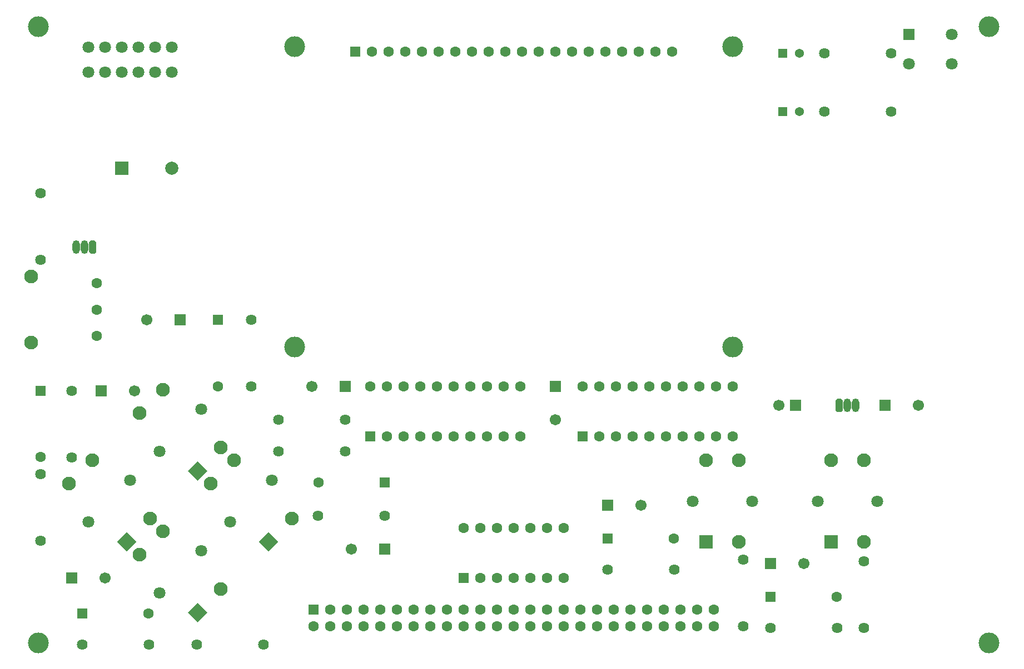
<source format=gbr>
G04 DipTrace 2.4.0.2*
%INBottomMask.gbr*%
%MOIN*%
%ADD19R,0.063X0.063*%
%ADD30C,0.0787*%
%ADD31R,0.0787X0.0787*%
%ADD32R,0.0669X0.0669*%
%ADD34C,0.067*%
%ADD37C,0.125*%
%ADD38C,0.0709*%
%ADD50C,0.071*%
%ADD51C,0.0709*%
%ADD52R,0.0709X0.0709*%
%ADD53R,0.0827X0.0827*%
%ADD54C,0.0827*%
%ADD55C,0.064*%
%ADD56C,0.064*%
%ADD57O,0.0434X0.0827*%
%ADD58R,0.054X0.054*%
%ADD59C,0.054*%
%ADD60C,0.0631*%
%FSLAX44Y44*%
G04*
G70*
G90*
G75*
G01*
%LNBotMask*%
%LPD*%
D34*
X8000Y20875D3*
D32*
X10000D3*
D34*
X5500Y5375D3*
D32*
X3500D3*
D34*
X7250Y16625D3*
D32*
X5250D3*
D34*
X20250Y7125D3*
D32*
X22250D3*
D34*
X37625Y9750D3*
D32*
X35625D3*
D34*
X47375Y6250D3*
D32*
X45375D3*
D34*
X45875Y15750D3*
D32*
X46875D3*
D34*
X54250D3*
D32*
X52250D3*
D34*
X17875Y16875D3*
D32*
X19875D3*
D34*
X32500Y14875D3*
D32*
Y16875D3*
D19*
X12250Y20875D3*
D60*
Y16899D3*
D19*
X4125Y3250D3*
D60*
X8101D3*
D19*
X1625Y16625D3*
D60*
Y12649D3*
D19*
X22250Y11125D3*
D60*
X18274D3*
D19*
X35625Y7750D3*
D60*
X39601D3*
D19*
X45375Y4250D3*
D60*
X49351D3*
D59*
X47120Y36875D3*
D58*
X46120D3*
D59*
X47125Y33375D3*
D58*
X46125D3*
D37*
X1500Y38500D3*
Y1500D3*
X58500Y38500D3*
Y1500D3*
D19*
X18000Y3500D3*
D60*
Y2500D3*
X19000Y3500D3*
Y2500D3*
X20000Y3500D3*
Y2500D3*
X21000Y3500D3*
Y2500D3*
X22000Y3500D3*
Y2500D3*
X23000Y3500D3*
Y2500D3*
X24000Y3500D3*
Y2500D3*
X25000Y3500D3*
Y2500D3*
X26000Y3500D3*
Y2500D3*
X27000Y3500D3*
Y2500D3*
X28000Y3500D3*
Y2500D3*
X29000Y3500D3*
Y2500D3*
X30000Y3500D3*
Y2500D3*
X31000Y3500D3*
Y2500D3*
X32000Y3500D3*
Y2500D3*
X33000Y3500D3*
Y2500D3*
X34000Y3500D3*
Y2500D3*
X35000Y3500D3*
Y2500D3*
X36000Y3500D3*
Y2500D3*
X37000Y3500D3*
Y2500D3*
X38000Y3500D3*
Y2500D3*
X39000Y3500D3*
Y2500D3*
X40000Y3500D3*
Y2500D3*
X41000Y3500D3*
Y2500D3*
X42000Y3500D3*
Y2500D3*
D19*
X20500Y37000D3*
D60*
X21500D3*
X22500D3*
X23500D3*
X24500D3*
X25500D3*
X26500D3*
X27500D3*
X28500D3*
X29500D3*
X30500D3*
X31500D3*
X32500D3*
X33500D3*
X34500D3*
X35500D3*
X36500D3*
X37500D3*
X38500D3*
X39500D3*
D37*
X16870Y37276D3*
X43130D3*
X16870Y19244D3*
X43130D3*
D31*
X6504Y30000D3*
D30*
X9496D3*
G36*
X4967Y25554D2*
X4857Y25664D1*
X4643D1*
X4533Y25554D1*
Y24946D1*
X4643Y24836D1*
X4857D1*
X4967Y24946D1*
Y25554D1*
G37*
D57*
X4250Y25250D3*
X3750D3*
D56*
X19875Y14875D3*
D55*
X15875D3*
D56*
X14250Y20875D3*
D55*
Y16875D3*
D56*
X15000Y1375D3*
D55*
X11000D3*
D56*
X4125D3*
D55*
X8125D3*
D56*
X1625Y7625D3*
D55*
Y11625D3*
D56*
X3500Y16625D3*
D55*
Y12625D3*
D56*
X19875Y13000D3*
D55*
X15875D3*
D56*
X22250Y9125D3*
D55*
X18250D3*
D56*
X43750Y2500D3*
D55*
Y6500D3*
D56*
X35625Y5875D3*
D55*
X39625D3*
D56*
X51000Y2375D3*
D55*
Y6375D3*
D56*
X45375Y2375D3*
D55*
X49375D3*
D56*
X48625Y33375D3*
D55*
X52625D3*
D56*
X48625Y36875D3*
D55*
X52625D3*
D56*
X1625Y24500D3*
D55*
Y28500D3*
D60*
X5000Y23075D3*
Y21500D3*
Y19925D3*
D54*
X1063Y23469D3*
Y19531D3*
G36*
X11044Y11229D2*
X10459Y11814D1*
X11044Y12399D1*
X11629Y11814D1*
X11044Y11229D1*
G37*
D54*
X7564Y15294D3*
X12436Y13206D3*
X8956Y16686D3*
D38*
X8747Y12997D3*
X11253Y15503D3*
G36*
X11044Y2729D2*
X10459Y3314D1*
X11044Y3899D1*
X11629Y3314D1*
X11044Y2729D1*
G37*
D54*
X7564Y6794D3*
X12436Y4706D3*
X8956Y8186D3*
D38*
X8747Y4497D3*
X11253Y7003D3*
G36*
X6794Y6979D2*
X6209Y7564D1*
X6794Y8149D1*
X7379Y7564D1*
X6794Y6979D1*
G37*
D54*
X3314Y11044D3*
X8186Y8956D3*
X4706Y12436D3*
D38*
X4497Y8747D3*
X7003Y11253D3*
G36*
X15294Y6979D2*
X14709Y7564D1*
X15294Y8149D1*
X15879Y7564D1*
X15294Y6979D1*
G37*
D54*
X11814Y11044D3*
X16686Y8956D3*
X13206Y12436D3*
D38*
X12997Y8747D3*
X15503Y11253D3*
D53*
X41516Y7539D3*
D54*
Y12461D3*
X43484Y7539D3*
Y12461D3*
D38*
X40728Y10000D3*
X44272D3*
D53*
X49016Y7539D3*
D54*
Y12461D3*
X50984Y7539D3*
Y12461D3*
D38*
X48228Y10000D3*
X51772D3*
D52*
X53691Y38022D3*
D51*
Y36250D3*
X56250D3*
Y38022D3*
D19*
X27000Y5375D3*
D60*
X28000D3*
X29000D3*
X30000D3*
X31000D3*
X32000D3*
X33000D3*
Y8375D3*
X32000D3*
X31000D3*
X30000D3*
X29000D3*
X28000D3*
X27000D3*
D50*
X9500Y37240D3*
X8500D3*
X7500D3*
X6500D3*
X5500D3*
X4500D3*
X9500Y35740D3*
X8500D3*
X7500D3*
X6500D3*
X5500D3*
X4500D3*
D19*
X21375Y13875D3*
D60*
X22375D3*
X23375D3*
X24375D3*
X25375D3*
X26375D3*
X27375D3*
X28375D3*
X29375D3*
X30375D3*
X21375Y16875D3*
X22375D3*
X23375D3*
X24375D3*
X25375D3*
X26375D3*
X27375D3*
X28375D3*
X29375D3*
X30375D3*
D19*
X34125Y13875D3*
D60*
X35125D3*
X36125D3*
X37125D3*
X38125D3*
X39125D3*
X40125D3*
X41125D3*
X42125D3*
X43125D3*
X34125Y16875D3*
X35125D3*
X36125D3*
X37125D3*
X38125D3*
X39125D3*
X40125D3*
X41125D3*
X42125D3*
X43125D3*
G36*
X49283Y15446D2*
X49393Y15336D1*
X49607D1*
X49717Y15446D1*
Y16054D1*
X49607Y16164D1*
X49393D1*
X49283Y16054D1*
Y15446D1*
G37*
D57*
X50000Y15750D3*
X50500D3*
M02*

</source>
